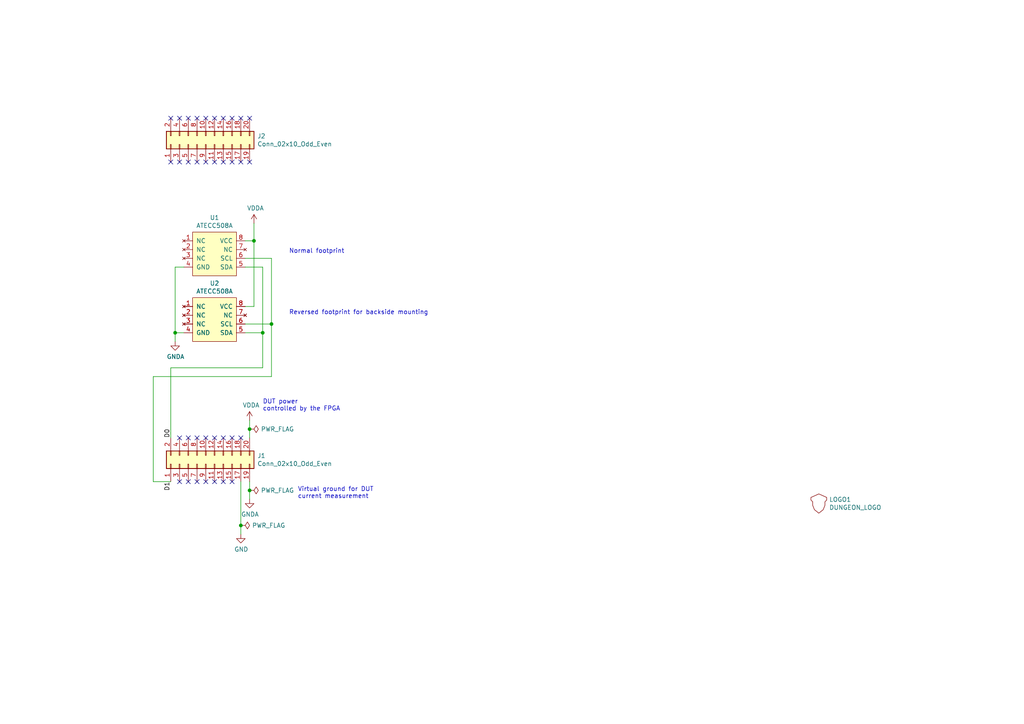
<source format=kicad_sch>
(kicad_sch (version 20220404) (generator eeschema)
  (paper "A4")
  (title_block (title "ATECC508A daughterboard") (date "2019-10-25") (company "LEDGER SAS") (comment 1 "Under LGPL v3 license"))
  (lib_symbols
    (symbol "Connector_Generic:Conn_02x10_Odd_Even" (pin_names (offset 1.016) hide)
      (property "Reference" "J" (at 1.27 12.7 0))
      (property "Value" "Conn_02x10_Odd_Even" (at 1.27 -15.24 0))
      (symbol "Conn_02x10_Odd_Even_1_1"
        (rectangle (start -1.27 -12.573) (end 0 -12.827) (stroke (width 0.1524)))
        (rectangle (start -1.27 -10.033) (end 0 -10.287) (stroke (width 0.1524)))
        (rectangle (start -1.27 -7.493) (end 0 -7.747) (stroke (width 0.1524)))
        (rectangle (start -1.27 -4.953) (end 0 -5.207) (stroke (width 0.1524)))
        (rectangle (start -1.27 -2.413) (end 0 -2.667) (stroke (width 0.1524)))
        (rectangle (start -1.27 0.127) (end 0 -0.127) (stroke (width 0.1524)))
        (rectangle (start -1.27 2.667) (end 0 2.413) (stroke (width 0.1524)))
        (rectangle (start -1.27 5.207) (end 0 4.953) (stroke (width 0.1524)))
        (rectangle (start -1.27 7.747) (end 0 7.493) (stroke (width 0.1524)))
        (rectangle (start -1.27 10.287) (end 0 10.033) (stroke (width 0.1524)))
        (rectangle (start -1.27 11.43) (end 3.81 -13.97) (stroke (width 0.254)) (fill (type background)))
        (rectangle (start 3.81 -12.573) (end 2.54 -12.827) (stroke (width 0.1524)))
        (rectangle (start 3.81 -10.033) (end 2.54 -10.287) (stroke (width 0.1524)))
        (rectangle (start 3.81 -7.493) (end 2.54 -7.747) (stroke (width 0.1524)))
        (rectangle (start 3.81 -4.953) (end 2.54 -5.207) (stroke (width 0.1524)))
        (rectangle (start 3.81 -2.413) (end 2.54 -2.667) (stroke (width 0.1524)))
        (rectangle (start 3.81 0.127) (end 2.54 -0.127) (stroke (width 0.1524)))
        (rectangle (start 3.81 2.667) (end 2.54 2.413) (stroke (width 0.1524)))
        (rectangle (start 3.81 5.207) (end 2.54 4.953) (stroke (width 0.1524)))
        (rectangle (start 3.81 7.747) (end 2.54 7.493) (stroke (width 0.1524)))
        (rectangle (start 3.81 10.287) (end 2.54 10.033) (stroke (width 0.1524)))
        (pin passive line (at -5.08 10.16 0) (length 3.81) (name "Pin_1") (number "1"))
        (pin passive line (at 7.62 0 180) (length 3.81) (name "Pin_10") (number "10"))
        (pin passive line (at -5.08 -2.54 0) (length 3.81) (name "Pin_11") (number "11"))
        (pin passive line (at 7.62 -2.54 180) (length 3.81) (name "Pin_12") (number "12"))
        (pin passive line (at -5.08 -5.08 0) (length 3.81) (name "Pin_13") (number "13"))
        (pin passive line (at 7.62 -5.08 180) (length 3.81) (name "Pin_14") (number "14"))
        (pin passive line (at -5.08 -7.62 0) (length 3.81) (name "Pin_15") (number "15"))
        (pin passive line (at 7.62 -7.62 180) (length 3.81) (name "Pin_16") (number "16"))
        (pin passive line (at -5.08 -10.16 0) (length 3.81) (name "Pin_17") (number "17"))
        (pin passive line (at 7.62 -10.16 180) (length 3.81) (name "Pin_18") (number "18"))
        (pin passive line (at -5.08 -12.7 0) (length 3.81) (name "Pin_19") (number "19"))
        (pin passive line (at 7.62 10.16 180) (length 3.81) (name "Pin_2") (number "2"))
        (pin passive line (at 7.62 -12.7 180) (length 3.81) (name "Pin_20") (number "20"))
        (pin passive line (at -5.08 7.62 0) (length 3.81) (name "Pin_3") (number "3"))
        (pin passive line (at 7.62 7.62 180) (length 3.81) (name "Pin_4") (number "4"))
        (pin passive line (at -5.08 5.08 0) (length 3.81) (name "Pin_5") (number "5"))
        (pin passive line (at 7.62 5.08 180) (length 3.81) (name "Pin_6") (number "6"))
        (pin passive line (at -5.08 2.54 0) (length 3.81) (name "Pin_7") (number "7"))
        (pin passive line (at 7.62 2.54 180) (length 3.81) (name "Pin_8") (number "8"))
        (pin passive line (at -5.08 0 0) (length 3.81) (name "Pin_9") (number "9"))
      )
    )
    (symbol "atecc-rescue:ATECC508A-mylib" (pin_names (offset 1.016))
      (property "Reference" "U" (at 0 3.81 0))
      (property "Value" "ATECC508A-mylib" (at 0 -11.43 0))
      (symbol "ATECC508A-mylib_1_1"
        (rectangle (start -6.35 2.54) (end 6.35 -10.16) (fill (type background)))
        (pin no_connect line (at -8.89 0 0) (length 2.54) (name "NC") (number "1"))
        (pin no_connect line (at -8.89 -2.54 0) (length 2.54) (name "NC") (number "2"))
        (pin no_connect line (at -8.89 -5.08 0) (length 2.54) (name "NC") (number "3"))
        (pin power_in line (at -8.89 -7.62 0) (length 2.54) (name "GND") (number "4"))
        (pin bidirectional line (at 8.89 -7.62 180) (length 2.54) (name "SDA") (number "5"))
        (pin input line (at 8.89 -5.08 180) (length 2.54) (name "SCL") (number "6"))
        (pin no_connect line (at 8.89 -2.54 180) (length 2.54) (name "NC") (number "7"))
        (pin power_in line (at 8.89 0 180) (length 2.54) (name "VCC") (number "8"))
      )
    )
    (symbol "atecc-rescue:DUNGEON_LOGO-mylib" (pin_names (offset 1.016))
      (property "Reference" "LOGO" (at 0 0 0))
      (property "Value" "DUNGEON_LOGO-mylib" (at 0 0 0))
      (symbol "DUNGEON_LOGO-mylib_0_1"
        (polyline (pts (xy 0 2.794) (xy 2.286 1.778) (xy 2.286 1.016) (xy 1.778 0.508) (xy 1.778 -0.508) (xy 1.27 -1.778) (xy 0 -2.794) (xy -1.27 -1.778) (xy -1.778 -0.508) (xy -1.778 0.508) (xy -2.286 1.016) (xy -2.286 1.778) (xy 0 2.794)))
      )
    )
    (symbol "power:GND" (power) (pin_names (offset 0))
      (property "Value" "GND" (at 0 -3.81 0))
      (symbol "GND_0_1"
        (polyline (pts (xy 0 0) (xy 0 -1.27) (xy 1.27 -1.27) (xy 0 -2.54) (xy -1.27 -1.27) (xy 0 -1.27)))
      )
      (symbol "GND_1_1"
        (pin power_in line (at 0 0 270) (length 0) hide (name "GND") (number "1"))
      )
    )
    (symbol "power:GNDA" (power) (pin_names (offset 0))
      (property "Value" "GNDA" (at 0 -3.81 0))
      (symbol "GNDA_0_1"
        (polyline (pts (xy 0 0) (xy 0 -1.27) (xy 1.27 -1.27) (xy 0 -2.54) (xy -1.27 -1.27) (xy 0 -1.27)))
      )
      (symbol "GNDA_1_1"
        (pin power_in line (at 0 0 270) (length 0) hide (name "GNDA") (number "1"))
      )
    )
    (symbol "power:PWR_FLAG" (power) (pin_numbers hide) (pin_names (offset 0) hide)
      (property "Value" "PWR_FLAG" (at 0 3.81 0))
      (symbol "PWR_FLAG_0_0"
        (pin power_out line (at 0 0 90) (length 0) (name "pwr") (number "1"))
      )
      (symbol "PWR_FLAG_0_1"
        (polyline (pts (xy 0 0) (xy 0 1.27) (xy -1.016 1.905) (xy 0 2.54) (xy 1.016 1.905) (xy 0 1.27)))
      )
    )
    (symbol "power:VDDA" (power) (pin_names (offset 0))
      (property "Value" "VDDA" (at 0 3.81 0))
      (symbol "VDDA_0_1"
        (polyline (pts (xy -0.762 1.27) (xy 0 2.54)))
        (polyline (pts (xy 0 0) (xy 0 2.54)))
        (polyline (pts (xy 0 2.54) (xy 0.762 1.27)))
      )
      (symbol "VDDA_1_1"
        (pin power_in line (at 0 0 90) (length 0) hide (name "VDDA") (number "1"))
      )
    )
  )
  (junction (at 72.39 142.24))
  (junction (at 50.8 96.52))
  (junction (at 72.39 124.46))
  (junction (at 78.74 93.98))
  (junction (at 73.66 69.85))
  (junction (at 76.2 96.52))
  (junction (at 69.85 152.4))
  (no_connect (at 49.53 34.29))
  (no_connect (at 59.69 127))
  (no_connect (at 72.39 46.99))
  (no_connect (at 57.15 46.99))
  (no_connect (at 67.31 34.29))
  (no_connect (at 52.07 139.7))
  (no_connect (at 69.85 34.29))
  (no_connect (at 52.07 127))
  (no_connect (at 54.61 127))
  (no_connect (at 62.23 127))
  (no_connect (at 67.31 127))
  (no_connect (at 57.15 127))
  (no_connect (at 67.31 46.99))
  (no_connect (at 62.23 34.29))
  (no_connect (at 59.69 46.99))
  (no_connect (at 54.61 139.7))
  (no_connect (at 54.61 46.99))
  (no_connect (at 62.23 46.99))
  (no_connect (at 67.31 139.7))
  (no_connect (at 52.07 46.99))
  (no_connect (at 52.07 34.29))
  (no_connect (at 59.69 139.7))
  (no_connect (at 62.23 139.7))
  (no_connect (at 57.15 34.29))
  (no_connect (at 64.77 127))
  (no_connect (at 69.85 46.99))
  (no_connect (at 64.77 34.29))
  (no_connect (at 64.77 139.7))
  (no_connect (at 57.15 139.7))
  (no_connect (at 59.69 34.29))
  (no_connect (at 54.61 34.29))
  (no_connect (at 49.53 46.99))
  (no_connect (at 69.85 127))
  (no_connect (at 64.77 46.99))
  (no_connect (at 72.39 34.29))
  (wire (pts (xy 73.66 88.9) (xy 71.12 88.9)))
  (wire (pts (xy 73.66 69.85) (xy 73.66 88.9)))
  (wire (pts (xy 72.39 139.7) (xy 72.39 142.24)))
  (wire (pts (xy 49.53 139.7) (xy 44.45 139.7)))
  (wire (pts (xy 78.74 93.98) (xy 71.12 93.98)))
  (wire (pts (xy 44.45 109.22) (xy 78.74 109.22)))
  (wire (pts (xy 73.66 64.77) (xy 73.66 69.85)))
  (wire (pts (xy 72.39 142.24) (xy 72.39 144.78)))
  (wire (pts (xy 76.2 96.52) (xy 76.2 106.68)))
  (wire (pts (xy 53.34 96.52) (xy 50.8 96.52)))
  (wire (pts (xy 76.2 77.47) (xy 76.2 96.52)))
  (wire (pts (xy 69.85 152.4) (xy 69.85 139.7)))
  (wire (pts (xy 72.39 124.46) (xy 72.39 127)))
  (wire (pts (xy 71.12 69.85) (xy 73.66 69.85)))
  (wire (pts (xy 78.74 109.22) (xy 78.74 93.98)))
  (wire (pts (xy 50.8 77.47) (xy 53.34 77.47)))
  (wire (pts (xy 50.8 96.52) (xy 50.8 77.47)))
  (wire (pts (xy 49.53 127) (xy 49.53 106.68)))
  (wire (pts (xy 71.12 96.52) (xy 76.2 96.52)))
  (wire (pts (xy 49.53 106.68) (xy 76.2 106.68)))
  (wire (pts (xy 71.12 77.47) (xy 76.2 77.47)))
  (wire (pts (xy 44.45 139.7) (xy 44.45 109.22)))
  (wire (pts (xy 78.74 93.98) (xy 78.74 74.93)))
  (wire (pts (xy 78.74 74.93) (xy 71.12 74.93)))
  (wire (pts (xy 72.39 121.92) (xy 72.39 124.46)))
  (wire (pts (xy 50.8 96.52) (xy 50.8 99.06)))
  (wire (pts (xy 69.85 154.94) (xy 69.85 152.4)))
  (text "Reversed footprint for backside mounting" (at 83.82 91.44 0) (effects (font (size 1.27 1.27)) (justify left bottom)))
  (text "Normal footprint" (at 83.82 73.66 0) (effects (font (size 1.27 1.27)) (justify left bottom)))
  (text "Virtual ground for DUT\ncurrent measurement" (at 86.36 144.78 0) (effects (font (size 1.27 1.27)) (justify left bottom)))
  (text "DUT power\ncontrolled by the FPGA" (at 76.2 119.38 0) (effects (font (size 1.27 1.27)) (justify left bottom)))
  (label "D0" (at 49.53 127 90))
  (label "D1" (at 49.53 139.7 90))
  (symbol (lib_id "atecc-rescue:DUNGEON_LOGO-mylib") (at 237.49 146.05 0) (unit 1)
    (default_instance (reference "U") (unit 1) (value "") (footprint ""))
    (property "Reference" "LOGO1" (at 240.4872 144.8816 0) (effects (justify left)))
    (property "Value" "DUNGEON_LOGO" (at 240.4872 147.193 0) (effects (justify left)))
    (property "Footprint" "mykicadlibs:donjon-2000" (effects hide))
  )
  (symbol (lib_id "Connector_Generic:Conn_02x10_Odd_Even") (at 59.69 134.62 90) (unit 1)
    (default_instance (reference "U") (unit 1) (value "") (footprint ""))
    (property "Reference" "J1" (at 74.6252 132.1816 90) (effects (justify right)))
    (property "Value" "Conn_02x10_Odd_Even" (at 74.6252 134.493 90) (effects (justify right)))
    (property "Footprint" "Connector_PinSocket_2.54mm:PinSocket_2x10_P2.54mm_Vertical" (effects hide))
  )
  (symbol (lib_id "Connector_Generic:Conn_02x10_Odd_Even") (at 59.69 41.91 90) (unit 1)
    (default_instance (reference "U") (unit 1) (value "") (footprint ""))
    (property "Reference" "J2" (at 74.6252 39.4716 90) (effects (justify right)))
    (property "Value" "Conn_02x10_Odd_Even" (at 74.6252 41.783 90) (effects (justify right)))
    (property "Footprint" "Connector_PinSocket_2.54mm:PinSocket_2x10_P2.54mm_Vertical" (effects hide))
  )
  (symbol (lib_id "power:GNDA") (at 72.39 144.78 0) (unit 1)
    (default_instance (reference "U") (unit 1) (value "") (footprint ""))
    (property "Reference" "#PWR0102" (effects hide))
    (property "Value" "GNDA" (at 72.517 149.1742 0))
  )
  (symbol (lib_id "power:GND") (at 69.85 154.94 0) (unit 1)
    (default_instance (reference "U") (unit 1) (value "") (footprint ""))
    (property "Reference" "#PWR0103" (effects hide))
    (property "Value" "GND" (at 69.977 159.3342 0))
  )
  (symbol (lib_id "power:PWR_FLAG") (at 72.39 142.24 270) (unit 1)
    (default_instance (reference "U") (unit 1) (value "") (footprint ""))
    (property "Reference" "#FLG0101" (effects hide))
    (property "Value" "PWR_FLAG" (at 75.6412 142.24 90) (effects (justify left)))
  )
  (symbol (lib_id "power:PWR_FLAG") (at 72.39 124.46 270) (unit 1)
    (default_instance (reference "U") (unit 1) (value "") (footprint ""))
    (property "Reference" "#FLG0102" (effects hide))
    (property "Value" "PWR_FLAG" (at 75.6412 124.46 90) (effects (justify left)))
  )
  (symbol (lib_id "power:PWR_FLAG") (at 69.85 152.4 270) (unit 1)
    (default_instance (reference "U") (unit 1) (value "") (footprint ""))
    (property "Reference" "#FLG0103" (effects hide))
    (property "Value" "PWR_FLAG" (at 73.1012 152.4 90) (effects (justify left)))
  )
  (symbol (lib_id "atecc-rescue:ATECC508A-mylib") (at 62.23 88.9 0) (unit 1)
    (default_instance (reference "U") (unit 1) (value "") (footprint ""))
    (property "Reference" "U2" (at 62.23 82.169 0))
    (property "Value" "ATECC508A" (at 62.23 84.4804 0))
    (property "Footprint" "mykicadlibs:FLIP-SOIC-8_3.9x4.9mm_P1.27mm" (effects hide))
  )
  (symbol (lib_id "power:GNDA") (at 50.8 99.06 0) (unit 1)
    (default_instance (reference "U") (unit 1) (value "") (footprint ""))
    (property "Reference" "#PWR0101" (effects hide))
    (property "Value" "GNDA" (at 50.927 103.4542 0))
  )
  (symbol (lib_id "power:VDDA") (at 72.39 121.92 0) (unit 1)
    (default_instance (reference "U") (unit 1) (value "") (footprint ""))
    (property "Reference" "#PWR0104" (effects hide))
    (property "Value" "VDDA" (at 72.8218 117.5258 0))
  )
  (symbol (lib_id "power:VDDA") (at 73.66 64.77 0) (unit 1)
    (default_instance (reference "U") (unit 1) (value "") (footprint ""))
    (property "Reference" "#PWR0105" (effects hide))
    (property "Value" "VDDA" (at 74.0918 60.3758 0))
  )
  (symbol (lib_id "atecc-rescue:ATECC508A-mylib") (at 62.23 69.85 0) (unit 1)
    (default_instance (reference "U") (unit 1) (value "") (footprint ""))
    (property "Reference" "U1" (at 62.23 63.119 0))
    (property "Value" "ATECC508A" (at 62.23 65.4304 0))
    (property "Footprint" "Package_SO:SOIC-8_3.9x4.9mm_P1.27mm" (effects hide))
  )
)
</source>
